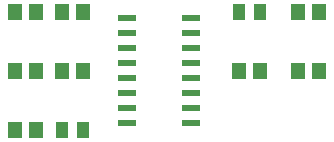
<source format=gbr>
G04 EAGLE Gerber RS-274X export*
G75*
%MOMM*%
%FSLAX34Y34*%
%LPD*%
%INSolderpaste Bottom*%
%IPPOS*%
%AMOC8*
5,1,8,0,0,1.08239X$1,22.5*%
G01*
G04 Define Apertures*
%ADD10R,1.600000X0.600000*%
%ADD11R,1.031200X1.420200*%
%ADD12R,1.164600X1.465300*%
D10*
X1880410Y574450D03*
X1880410Y561750D03*
X1880410Y549050D03*
X1880410Y536350D03*
X1880410Y523650D03*
X1880410Y510950D03*
X1880410Y498250D03*
X1880410Y485550D03*
X1826410Y485550D03*
X1826410Y498250D03*
X1826410Y510950D03*
X1826410Y523650D03*
X1826410Y536350D03*
X1826410Y549050D03*
X1826410Y561750D03*
X1826410Y574450D03*
D11*
X1789195Y480000D03*
X1770805Y480000D03*
D12*
X1748754Y480000D03*
X1731246Y480000D03*
X1938754Y530000D03*
X1921246Y530000D03*
D11*
X1939195Y580000D03*
X1920805Y580000D03*
D12*
X1788754Y530000D03*
X1771246Y530000D03*
X1988754Y530000D03*
X1971246Y530000D03*
X1988754Y580000D03*
X1971246Y580000D03*
X1748754Y530000D03*
X1731246Y530000D03*
X1748754Y580000D03*
X1731246Y580000D03*
X1788754Y580000D03*
X1771246Y580000D03*
M02*

</source>
